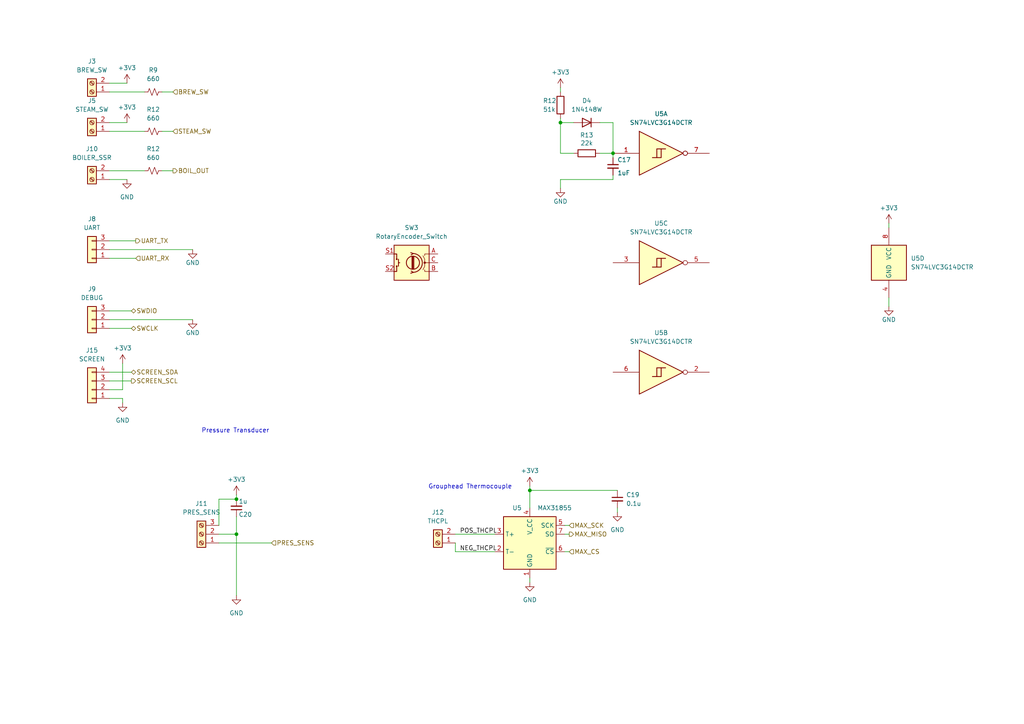
<source format=kicad_sch>
(kicad_sch (version 20231120) (generator "eeschema") (generator_version "8.0")
  (paper "A4")
  (lib_symbols
    (symbol "74xGxx:74LVC3G14"
      (property "Reference" "U" (at -2.54 7.62 0))
      (property "Value" "74LVC3G14" (at 2.54 -7.62 0))
      (symbol "74LVC3G14_1_1"
        (polyline (pts (xy -2.54 -1.27) (xy -1.27 -1.27) (xy -1.27 1.27)) (stroke (width 0.254)) (fill (type background)))
        (polyline (pts (xy -7.62 6.35) (xy -7.62 -6.35) (xy 5.08 0) (xy -7.62 6.35)) (stroke (width 0.254)) (fill (type background)))
        (polyline (pts (xy -3.81 -1.27) (xy -2.54 -1.27) (xy -2.54 1.27) (xy 0 1.27)) (stroke (width 0.254)) (fill (type background)))
        (pin input line (at -15.24 0 0) (length 7.62) (name "~") (number "1"))
        (pin output inverted (at 12.7 0 180) (length 7.62) (name "~") (number "7"))
      )
      (symbol "74LVC3G14_2_1"
        (polyline (pts (xy -2.54 -1.27) (xy -1.27 -1.27) (xy -1.27 1.27)) (stroke (width 0.254)) (fill (type background)))
        (polyline (pts (xy -7.62 6.35) (xy -7.62 -6.35) (xy 5.08 0) (xy -7.62 6.35)) (stroke (width 0.254)) (fill (type background)))
        (polyline (pts (xy -3.81 -1.27) (xy -2.54 -1.27) (xy -2.54 1.27) (xy 0 1.27)) (stroke (width 0.254)) (fill (type background)))
        (pin output inverted (at 12.7 0 180) (length 7.62) (name "~") (number "2"))
        (pin input line (at -15.24 0 0) (length 7.62) (name "~") (number "6"))
      )
      (symbol "74LVC3G14_3_1"
        (polyline (pts (xy -2.54 -1.27) (xy -1.27 -1.27) (xy -1.27 1.27)) (stroke (width 0.254)) (fill (type background)))
        (polyline (pts (xy -7.62 6.35) (xy -7.62 -6.35) (xy 5.08 0) (xy -7.62 6.35)) (stroke (width 0.254)) (fill (type background)))
        (polyline (pts (xy -3.81 -1.27) (xy -2.54 -1.27) (xy -2.54 1.27) (xy 0 1.27)) (stroke (width 0.254)) (fill (type background)))
        (pin input line (at -15.24 0 0) (length 7.62) (name "~") (number "3"))
        (pin output inverted (at 12.7 0 180) (length 7.62) (name "~") (number "5"))
      )
      (symbol "74LVC3G14_4_0"
        (rectangle (start -5.08 -5.08) (end 5.08 5.08) (stroke (width 0.254)) (fill (type background)))
      )
      (symbol "74LVC3G14_4_1"
        (pin power_in line (at 0 -10.16 90) (length 5.08) (name "GND") (number "4"))
        (pin power_in line (at 0 10.16 270) (length 5.08) (name "VCC") (number "8"))
      )
    )
    (symbol "Connector:Screw_Terminal_01x02" (pin_names (offset 1.016) hide)
      (property "Reference" "J" (at 0 2.54 0))
      (property "Value" "Screw_Terminal_01x02" (at 0 -5.08 0))
      (symbol "Screw_Terminal_01x02_1_1"
        (rectangle (start -1.27 1.27) (end 1.27 -3.81) (stroke (width 0.254)) (fill (type background)))
        (circle (center 0 -2.54) (radius 0.635) (stroke (width 0.1524)))
        (polyline (pts (xy -0.5334 -2.2098) (xy 0.3302 -3.048)) (stroke (width 0.1524)))
        (polyline (pts (xy -0.5334 0.3302) (xy 0.3302 -0.508)) (stroke (width 0.1524)))
        (polyline (pts (xy -0.3556 -2.032) (xy 0.508 -2.8702)) (stroke (width 0.1524)))
        (polyline (pts (xy -0.3556 0.508) (xy 0.508 -0.3302)) (stroke (width 0.1524)))
        (circle (center 0 0) (radius 0.635) (stroke (width 0.1524)))
        (pin passive line (at -5.08 0 0) (length 3.81) (name "Pin_1") (number "1"))
        (pin passive line (at -5.08 -2.54 0) (length 3.81) (name "Pin_2") (number "2"))
      )
    )
    (symbol "Connector:Screw_Terminal_01x03" (pin_names (offset 1.016) hide)
      (property "Reference" "J" (at 0 5.08 0))
      (property "Value" "Screw_Terminal_01x03" (at 0 -5.08 0))
      (symbol "Screw_Terminal_01x03_1_1"
        (rectangle (start -1.27 3.81) (end 1.27 -3.81) (stroke (width 0.254)) (fill (type background)))
        (circle (center 0 -2.54) (radius 0.635) (stroke (width 0.1524)))
        (polyline (pts (xy -0.5334 -2.2098) (xy 0.3302 -3.048)) (stroke (width 0.1524)))
        (polyline (pts (xy -0.5334 0.3302) (xy 0.3302 -0.508)) (stroke (width 0.1524)))
        (polyline (pts (xy -0.5334 2.8702) (xy 0.3302 2.032)) (stroke (width 0.1524)))
        (polyline (pts (xy -0.3556 -2.032) (xy 0.508 -2.8702)) (stroke (width 0.1524)))
        (polyline (pts (xy -0.3556 0.508) (xy 0.508 -0.3302)) (stroke (width 0.1524)))
        (polyline (pts (xy -0.3556 3.048) (xy 0.508 2.2098)) (stroke (width 0.1524)))
        (circle (center 0 0) (radius 0.635) (stroke (width 0.1524)))
        (circle (center 0 2.54) (radius 0.635) (stroke (width 0.1524)))
        (pin passive line (at -5.08 2.54 0) (length 3.81) (name "Pin_1") (number "1"))
        (pin passive line (at -5.08 0 0) (length 3.81) (name "Pin_2") (number "2"))
        (pin passive line (at -5.08 -2.54 0) (length 3.81) (name "Pin_3") (number "3"))
      )
    )
    (symbol "Connector_Generic:Conn_01x03" (pin_names (offset 1.016) hide)
      (property "Reference" "J" (at 0 5.08 0))
      (property "Value" "Conn_01x03" (at 0 -5.08 0))
      (symbol "Conn_01x03_1_1"
        (rectangle (start -1.27 -2.413) (end 0 -2.667) (stroke (width 0.1524)))
        (rectangle (start -1.27 0.127) (end 0 -0.127) (stroke (width 0.1524)))
        (rectangle (start -1.27 2.667) (end 0 2.413) (stroke (width 0.1524)))
        (rectangle (start -1.27 3.81) (end 1.27 -3.81) (stroke (width 0.254)) (fill (type background)))
        (pin passive line (at -5.08 2.54 0) (length 3.81) (name "Pin_1") (number "1"))
        (pin passive line (at -5.08 0 0) (length 3.81) (name "Pin_2") (number "2"))
        (pin passive line (at -5.08 -2.54 0) (length 3.81) (name "Pin_3") (number "3"))
      )
    )
    (symbol "Connector_Generic:Conn_01x04" (pin_names (offset 1.016) hide)
      (property "Reference" "J" (at 0 5.08 0))
      (property "Value" "Conn_01x04" (at 0 -7.62 0))
      (symbol "Conn_01x04_1_1"
        (rectangle (start -1.27 -4.953) (end 0 -5.207) (stroke (width 0.1524)))
        (rectangle (start -1.27 -2.413) (end 0 -2.667) (stroke (width 0.1524)))
        (rectangle (start -1.27 0.127) (end 0 -0.127) (stroke (width 0.1524)))
        (rectangle (start -1.27 2.667) (end 0 2.413) (stroke (width 0.1524)))
        (rectangle (start -1.27 3.81) (end 1.27 -6.35) (stroke (width 0.254)) (fill (type background)))
        (pin passive line (at -5.08 2.54 0) (length 3.81) (name "Pin_1") (number "1"))
        (pin passive line (at -5.08 0 0) (length 3.81) (name "Pin_2") (number "2"))
        (pin passive line (at -5.08 -2.54 0) (length 3.81) (name "Pin_3") (number "3"))
        (pin passive line (at -5.08 -5.08 0) (length 3.81) (name "Pin_4") (number "4"))
      )
    )
    (symbol "Device:C_Small" (pin_numbers hide) (pin_names (offset 0.254) hide)
      (property "Reference" "C" (at 0.254 1.778 0))
      (property "Value" "C_Small" (at 0.254 -2.032 0))
      (symbol "C_Small_0_1"
        (polyline (pts (xy -1.524 -0.508) (xy 1.524 -0.508)) (stroke (width 0.3302)))
        (polyline (pts (xy -1.524 0.508) (xy 1.524 0.508)) (stroke (width 0.3048)))
      )
      (symbol "C_Small_1_1"
        (pin passive line (at 0 2.54 270) (length 2.032) (name "~") (number "1"))
        (pin passive line (at 0 -2.54 90) (length 2.032) (name "~") (number "2"))
      )
    )
    (symbol "Device:R" (pin_numbers hide) (pin_names (offset 0))
      (property "Reference" "R" (at 2.032 0 90))
      (property "Value" "R" (at 0 0 90))
      (symbol "R_0_1"
        (rectangle (start -1.016 -2.54) (end 1.016 2.54) (stroke (width 0.254)))
      )
      (symbol "R_1_1"
        (pin passive line (at 0 3.81 270) (length 1.27) (name "~") (number "1"))
        (pin passive line (at 0 -3.81 90) (length 1.27) (name "~") (number "2"))
      )
    )
    (symbol "Device:R_Small_US" (pin_numbers hide) (pin_names (offset 0.254) hide)
      (property "Reference" "R" (at 0.762 0.508 0))
      (property "Value" "R_Small_US" (at 0.762 -1.016 0))
      (symbol "R_Small_US_1_1"
        (polyline (pts (xy 0 0) (xy 1.016 -0.381) (xy 0 -0.762) (xy -1.016 -1.143) (xy 0 -1.524)))
        (polyline (pts (xy 0 1.524) (xy 1.016 1.143) (xy 0 0.762) (xy -1.016 0.381) (xy 0 0)))
        (pin passive line (at 0 2.54 270) (length 1.016) (name "~") (number "1"))
        (pin passive line (at 0 -2.54 90) (length 1.016) (name "~") (number "2"))
      )
    )
    (symbol "Device:RotaryEncoder_Switch" (pin_names (offset 0.254) hide)
      (property "Reference" "SW" (at 0 6.604 0))
      (property "Value" "RotaryEncoder_Switch" (at 0 -6.604 0))
      (symbol "RotaryEncoder_Switch_0_1"
        (rectangle (start -5.08 5.08) (end 5.08 -5.08) (stroke (width 0.254)) (fill (type background)))
        (circle (center -3.81 0) (radius 0.254) (fill (type outline)))
        (circle (center -0.381 0) (radius 1.905) (stroke (width 0.254)))
        (arc (start -0.381 2.667) (mid -3.0988 -0.0635) (end -0.381 -2.794) (stroke (width 0.254)))
        (polyline (pts (xy -0.635 -1.778) (xy -0.635 1.778)) (stroke (width 0.254)))
        (polyline (pts (xy -0.381 -1.778) (xy -0.381 1.778)) (stroke (width 0.254)))
        (polyline (pts (xy -0.127 1.778) (xy -0.127 -1.778)) (stroke (width 0.254)))
        (polyline (pts (xy 3.81 0) (xy 3.429 0)) (stroke (width 0.254)))
        (polyline (pts (xy 3.81 1.016) (xy 3.81 -1.016)) (stroke (width 0.254)))
        (polyline (pts (xy -5.08 -2.54) (xy -3.81 -2.54) (xy -3.81 -2.032)))
        (polyline (pts (xy -5.08 2.54) (xy -3.81 2.54) (xy -3.81 2.032)))
        (polyline (pts (xy 0.254 -3.048) (xy -0.508 -2.794) (xy 0.127 -2.413)) (stroke (width 0.254)))
        (polyline (pts (xy 0.254 2.921) (xy -0.508 2.667) (xy 0.127 2.286)) (stroke (width 0.254)))
        (polyline (pts (xy 5.08 -2.54) (xy 4.318 -2.54) (xy 4.318 -1.016)) (stroke (width 0.254)))
        (polyline (pts (xy 5.08 2.54) (xy 4.318 2.54) (xy 4.318 1.016)) (stroke (width 0.254)))
        (polyline (pts (xy -5.08 0) (xy -3.81 0) (xy -3.81 -1.016) (xy -3.302 -2.032)))
        (polyline (pts (xy -4.318 0) (xy -3.81 0) (xy -3.81 1.016) (xy -3.302 2.032)))
        (circle (center 4.318 -1.016) (radius 0.127) (stroke (width 0.254)))
        (circle (center 4.318 1.016) (radius 0.127) (stroke (width 0.254)))
      )
      (symbol "RotaryEncoder_Switch_1_1"
        (pin passive line (at -7.62 2.54 0) (length 2.54) (name "A") (number "A"))
        (pin passive line (at -7.62 -2.54 0) (length 2.54) (name "B") (number "B"))
        (pin passive line (at -7.62 0 0) (length 2.54) (name "C") (number "C"))
        (pin passive line (at 7.62 2.54 180) (length 2.54) (name "S1") (number "S1"))
        (pin passive line (at 7.62 -2.54 180) (length 2.54) (name "S2") (number "S2"))
      )
    )
    (symbol "Diode:1N4148W" (pin_numbers hide) (pin_names hide)
      (property "Reference" "D" (at 0 2.54 0))
      (property "Value" "1N4148W" (at 0 -2.54 0))
      (symbol "1N4148W_0_1"
        (polyline (pts (xy -1.27 1.27) (xy -1.27 -1.27)) (stroke (width 0.254)))
        (polyline (pts (xy 1.27 0) (xy -1.27 0)))
        (polyline (pts (xy 1.27 1.27) (xy 1.27 -1.27) (xy -1.27 0) (xy 1.27 1.27)) (stroke (width 0.254)))
      )
      (symbol "1N4148W_1_1"
        (pin passive line (at -3.81 0 0) (length 2.54) (name "K") (number "1"))
        (pin passive line (at 3.81 0 180) (length 2.54) (name "A") (number "2"))
      )
    )
    (symbol "Sensor_Temperature:MAX31855KASA"
      (property "Reference" "U" (at -7.62 8.89 0))
      (property "Value" "MAX31855KASA" (at 1.27 8.89 0))
      (symbol "MAX31855KASA_0_1"
        (rectangle (start -7.62 7.62) (end 7.62 -7.62) (stroke (width 0.254)) (fill (type background)))
      )
      (symbol "MAX31855KASA_1_1"
        (pin power_in line (at 0 -10.16 90) (length 2.54) (name "GND") (number "1"))
        (pin passive line (at -10.16 -2.54 0) (length 2.54) (name "T-") (number "2"))
        (pin passive line (at -10.16 2.54 0) (length 2.54) (name "T+") (number "3"))
        (pin power_in line (at 0 10.16 270) (length 2.54) (name "V_CC") (number "4"))
        (pin input line (at 10.16 5.08 180) (length 2.54) (name "SCK") (number "5"))
        (pin input line (at 10.16 -2.54 180) (length 2.54) (name "~{CS}") (number "6"))
        (pin tri_state line (at 10.16 2.54 180) (length 2.54) (name "SO") (number "7"))
      )
    )
    (symbol "power:+3V3" (power) (pin_names (offset 0))
      (property "Value" "+3V3" (at 0 3.556 0))
      (symbol "+3V3_0_1"
        (polyline (pts (xy -0.762 1.27) (xy 0 2.54)))
        (polyline (pts (xy 0 0) (xy 0 2.54)))
        (polyline (pts (xy 0 2.54) (xy 0.762 1.27)))
      )
      (symbol "+3V3_1_1"
        (pin power_in line (at 0 0 90) (length 0) hide (name "+3V3") (number "1"))
      )
    )
    (symbol "power:GND" (power) (pin_names (offset 0))
      (property "Value" "GND" (at 0 -3.81 0))
      (symbol "GND_0_1"
        (polyline (pts (xy 0 0) (xy 0 -1.27) (xy 1.27 -1.27) (xy 0 -2.54) (xy -1.27 -1.27) (xy 0 -1.27)))
      )
      (symbol "GND_1_1"
        (pin power_in line (at 0 0 270) (length 0) hide (name "GND") (number "1"))
      )
    )
  )
  (junction (at 162.56 35.56))
  (junction (at 177.8 44.45))
  (junction (at 68.58 154.94))
  (junction (at 68.58 144.78))
  (junction (at 153.67 142.24))
  (wire (pts (xy 68.58 154.94) (xy 68.58 172.72)))
  (wire (pts (xy 63.5 154.94) (xy 68.58 154.94)))
  (wire (pts (xy 55.88 72.39) (xy 31.75 72.39)))
  (wire (pts (xy 41.91 26.67) (xy 31.75 26.67)))
  (wire (pts (xy 31.75 69.85) (xy 39.37 69.85)))
  (wire (pts (xy 153.67 140.97) (xy 153.67 142.24)))
  (wire (pts (xy 162.56 52.07) (xy 162.56 54.61)))
  (wire (pts (xy 63.5 144.78) (xy 68.58 144.78)))
  (wire (pts (xy 165.1 154.94) (xy 163.83 154.94)))
  (wire (pts (xy 257.81 86.36) (xy 257.81 88.9)))
  (wire (pts (xy 35.56 115.57) (xy 31.75 115.57)))
  (wire (pts (xy 41.91 38.1) (xy 31.75 38.1)))
  (wire (pts (xy 132.08 160.02) (xy 143.51 160.02)))
  (wire (pts (xy 68.58 143.51) (xy 68.58 144.78)))
  (wire (pts (xy 31.75 110.49) (xy 38.1 110.49)))
  (wire (pts (xy 162.56 35.56) (xy 166.37 35.56)))
  (wire (pts (xy 31.75 107.95) (xy 38.1 107.95)))
  (wire (pts (xy 55.88 92.71) (xy 31.75 92.71)))
  (wire (pts (xy 153.67 142.24) (xy 153.67 147.32)))
  (wire (pts (xy 36.83 24.13) (xy 31.75 24.13)))
  (wire (pts (xy 63.5 157.48) (xy 78.74 157.48)))
  (wire (pts (xy 36.83 35.56) (xy 31.75 35.56)))
  (wire (pts (xy 35.56 116.84) (xy 35.56 115.57)))
  (wire (pts (xy 177.8 35.56) (xy 177.8 44.45)))
  (wire (pts (xy 132.08 157.48) (xy 132.08 160.02)))
  (wire (pts (xy 165.1 160.02) (xy 163.83 160.02)))
  (wire (pts (xy 162.56 34.29) (xy 162.56 35.56)))
  (wire (pts (xy 153.67 167.64) (xy 153.67 168.91)))
  (wire (pts (xy 165.1 152.4) (xy 163.83 152.4)))
  (wire (pts (xy 179.07 147.32) (xy 179.07 148.59)))
  (wire (pts (xy 39.37 74.93) (xy 31.75 74.93)))
  (wire (pts (xy 41.91 49.53) (xy 31.75 49.53)))
  (wire (pts (xy 38.1 90.17) (xy 31.75 90.17)))
  (wire (pts (xy 177.8 44.45) (xy 177.8 45.72)))
  (wire (pts (xy 68.58 149.86) (xy 68.58 154.94)))
  (wire (pts (xy 36.83 52.07) (xy 31.75 52.07)))
  (wire (pts (xy 257.81 64.77) (xy 257.81 66.04)))
  (wire (pts (xy 162.56 44.45) (xy 166.37 44.45)))
  (wire (pts (xy 38.1 95.25) (xy 31.75 95.25)))
  (wire (pts (xy 162.56 35.56) (xy 162.56 44.45)))
  (wire (pts (xy 63.5 144.78) (xy 63.5 152.4)))
  (wire (pts (xy 50.165 49.53) (xy 46.99 49.53)))
  (wire (pts (xy 31.75 113.03) (xy 35.56 113.03)))
  (wire (pts (xy 177.8 52.07) (xy 177.8 50.8)))
  (wire (pts (xy 50.165 26.67) (xy 46.99 26.67)))
  (wire (pts (xy 173.99 35.56) (xy 177.8 35.56)))
  (wire (pts (xy 177.8 52.07) (xy 162.56 52.07)))
  (wire (pts (xy 50.165 38.1) (xy 46.99 38.1)))
  (wire (pts (xy 35.56 105.41) (xy 35.56 113.03)))
  (wire (pts (xy 153.67 142.24) (xy 179.07 142.24)))
  (wire (pts (xy 162.56 25.4) (xy 162.56 26.67)))
  (wire (pts (xy 132.08 154.94) (xy 143.51 154.94)))
  (wire (pts (xy 173.99 44.45) (xy 177.8 44.45)))
  (text "Pressure Transducer" (at 58.42 125.73 0) (effects (font (size 1.27 1.27)) (justify left bottom)))
  (text "Grouphead Thermocouple" (at 124.206 141.986 0) (effects (font (size 1.27 1.27)) (justify left bottom)))
  (label "NEG_THCPL" (at 133.35 160.02 0))
  (label "POS_THCPL" (at 133.35 154.94 0))
  (hierarchical_label "BREW_SW" (shape input) (at 50.165 26.67 0))
  (hierarchical_label "BOIL_OUT" (shape output) (at 50.165 49.53 0))
  (hierarchical_label "MAX_CS" (shape input) (at 165.1 160.02 0))
  (hierarchical_label "PRES_SENS" (shape input) (at 78.74 157.48 0))
  (hierarchical_label "SWCLK" (shape bidirectional) (at 38.1 95.25 0))
  (hierarchical_label "STEAM_SW" (shape input) (at 50.165 38.1 0))
  (hierarchical_label "MAX_SCK" (shape input) (at 165.1 152.4 0))
  (hierarchical_label "UART_TX" (shape output) (at 39.37 69.85 0))
  (hierarchical_label "SCREEN_SDA" (shape bidirectional) (at 38.1 107.95 0))
  (hierarchical_label "UART_RX" (shape input) (at 39.37 74.93 0))
  (hierarchical_label "SWDIO" (shape bidirectional) (at 38.1 90.17 0))
  (hierarchical_label "SCREEN_SCL" (shape output) (at 38.1 110.49 0))
  (hierarchical_label "MAX_MISO" (shape output) (at 165.1 154.94 0))
  (symbol (lib_id "power:GND") (at 162.56 54.61 0) (unit 1)
    (property "Reference" "#PWR055" (effects (hide yes)))
    (property "Value" "GND" (at 162.56 58.42 0))
  )
  (symbol (lib_id "74xGxx:74LVC3G14") (at 193.04 76.2 0) (unit 3)
    (property "Reference" "U5" (at 191.77 64.77 0))
    (property "Value" "SN74LVC3G14DCTR" (at 191.77 67.31 0))
    (property "Footprint" "Footprints:DCT8" (effects (hide yes)))
    (property "Datasheet" "https://www.ti.com/lit/ds/symlink/sn74lvc3g14.pdf" (effects (hide yes)))
    (property "Description" "Triple NOT Gate Schmitt, Low-Voltage CMOS" (effects (hide yes)))
  )
  (symbol (lib_id "power:+3V3") (at 35.56 105.41 0) (unit 1)
    (property "Reference" "#PWR040" (effects (hide yes)))
    (property "Value" "+3V3" (at 35.56 100.965 0))
  )
  (symbol (lib_id "Connector:Screw_Terminal_01x02") (at 26.67 38.1 180) (unit 1)
    (property "Reference" "J5" (at 26.67 29.21 0))
    (property "Value" "STEAM_SW" (at 26.67 31.75 0))
    (property "Footprint" "TerminalBlock_MetzConnect:TerminalBlock_MetzConnect_Type101_RT01602HBWC_1x02_P5.08mm_Horizontal" (effects (hide yes)))
    (instances (project "Axis_V1" (path "" (reference "J5") (unit 1)) (path "" (reference "J5") (unit 1))) (project "Axis MCU" (path "" (reference "J2") (unit 1))))
  )
  (symbol (lib_id "power:+3V3") (at 257.81 64.77 0) (unit 1)
    (property "Reference" "#PWR045" (effects (hide yes)))
    (property "Value" "+3V3" (at 257.81 60.325 0))
  )
  (symbol (lib_id "power:GND") (at 55.88 72.39 0) (unit 1)
    (property "Reference" "#PWR020" (effects (hide yes)))
    (property "Value" "GND" (at 55.88 76.2 0))
    (instances (project "Axis_V1" (path "" (reference "#PWR020") (unit 1)) (path "" (reference "#PWR021") (unit 1))) (project "Axis MCU" (path "" (reference "#PWR036") (unit 1))))
  )
  (symbol (lib_id "Connector:Screw_Terminal_01x02") (at 26.67 26.67 180) (unit 1)
    (property "Reference" "J3" (at 26.67 17.78 0))
    (property "Value" "BREW_SW" (at 26.67 20.32 0))
    (property "Footprint" "TerminalBlock_MetzConnect:TerminalBlock_MetzConnect_Type101_RT01602HBWC_1x02_P5.08mm_Horizontal" (effects (hide yes)))
    (instances (project "Axis_V1" (path "" (reference "J3") (unit 1)) (path "" (reference "J3") (unit 1))) (project "Axis MCU" (path "" (reference "J1") (unit 1))))
  )
  (symbol (lib_id "Diode:1N4148W") (at 170.18 35.56 180) (unit 1)
    (property "Reference" "D4" (at 170.18 29.21 0))
    (property "Value" "1N4148W" (at 170.18 31.75 0))
    (property "Footprint" "Diode_SMD:D_SOD-123" (effects (hide yes)))
    (property "Datasheet" "https://www.vishay.com/docs/85748/1n4148w.pdf" (effects (hide yes)))
    (property "Description" "75V 0.15A Fast Switching Diode, SOD-123" (effects (hide yes)))
    (property "Sim.Device" "D" (effects (hide yes)))
    (property "Sim.Pins" "1=K 2=A" (effects (hide yes)))
  )
  (symbol (lib_id "Connector_Generic:Conn_01x04") (at 26.67 113.03 180) (unit 1)
    (property "Reference" "J15" (at 26.67 101.6 0))
    (property "Value" "SCREEN" (at 26.67 104.14 0))
    (property "Footprint" "Connector_PinHeader_2.54mm:PinHeader_1x04_P2.54mm_Vertical" (effects (hide yes)))
    (property "Description" "Generic connector, single row, 01x04, script generated (kicad-library-utils/schlib/autogen/connector/)" (effects (hide yes)))
  )
  (symbol (lib_id "74xGxx:74LVC3G14") (at 193.04 44.45 0) (unit 1)
    (property "Reference" "U5" (at 191.77 33.02 0))
    (property "Value" "SN74LVC3G14DCTR" (at 191.77 35.56 0))
    (property "Footprint" "Footprints:DCT8" (effects (hide yes)))
    (property "Datasheet" "https://www.ti.com/lit/ds/symlink/sn74lvc3g14.pdf" (effects (hide yes)))
    (property "Description" "Triple NOT Gate Schmitt, Low-Voltage CMOS" (effects (hide yes)))
  )
  (symbol (lib_id "Device:C_Small") (at 177.8 48.26 0) (unit 1)
    (property "Reference" "C17" (at 179.07 46.355 0) (effects (justify left)))
    (property "Value" "1uF" (at 179.07 50.165 0) (effects (justify left)))
    (property "Footprint" "Capacitor_SMD:C_0603_1608Metric" (effects (hide yes)))
    (property "LCSC" "C15525" (effects (hide yes)))
  )
  (symbol (lib_id "power:GND") (at 153.67 168.91 0) (unit 1)
    (property "Reference" "#PWR031" (effects (hide yes)))
    (property "Value" "GND" (at 153.67 173.99 0))
    (instances (project "Axis_V1" (path "" (reference "#PWR031") (unit 1)) (path "" (reference "#PWR024") (unit 1))) (project "Axis MCU" (path "" (reference "#PWR043") (unit 1))))
  )
  (symbol (lib_id "74xGxx:74LVC3G14") (at 257.81 76.2 0) (unit 4)
    (property "Reference" "U5" (at 264.16 74.9299 0) (effects (justify left)))
    (property "Value" "SN74LVC3G14DCTR" (at 264.16 77.4699 0) (effects (justify left)))
    (property "Footprint" "Footprints:DCT8" (effects (hide yes)))
    (property "Datasheet" "https://www.ti.com/lit/ds/symlink/sn74lvc3g14.pdf" (effects (hide yes)))
    (property "Description" "Triple NOT Gate Schmitt, Low-Voltage CMOS" (effects (hide yes)))
  )
  (symbol (lib_id "Connector:Screw_Terminal_01x02") (at 127 157.48 180) (unit 1)
    (property "Reference" "J12" (at 127 148.59 0))
    (property "Value" "THCPL" (at 127 151.13 0))
    (property "Footprint" "TerminalBlock_MetzConnect:TerminalBlock_MetzConnect_Type101_RT01602HBWC_1x02_P5.08mm_Horizontal" (effects (hide yes)))
    (instances (project "Axis_V1" (path "" (reference "J12") (unit 1)) (path "" (reference "J11") (unit 1))) (project "Axis MCU" (path "" (reference "J7") (unit 1))))
  )
  (symbol (lib_id "power:+3V3") (at 68.58 143.51 0) (unit 1)
    (property "Reference" "#PWR038" (effects (hide yes)))
    (property "Value" "+3V3" (at 68.58 139.065 0))
  )
  (symbol (lib_id "Device:R") (at 170.18 44.45 270) (unit 1)
    (property "Reference" "R13" (at 170.18 39.1922 90))
    (property "Value" "22k" (at 170.18 41.5036 90))
    (property "Footprint" "Resistor_SMD:R_0603_1608Metric" (effects (hide yes)))
    (property "Digi-Key_PN" "311-1.00KHRCT-ND" (effects (hide yes)))
  )
  (symbol (lib_id "Device:R_Small_US") (at 44.45 38.1 90) (unit 1)
    (property "Reference" "R12" (at 44.45 31.75 90))
    (property "Value" "660" (at 44.45 34.29 90))
    (property "Footprint" "Resistor_SMD:R_0603_1608Metric" (effects (hide yes)))
    (instances (project "Axis_V1" (path "" (reference "R12") (unit 1)) (path "" (reference "R12") (unit 1))) (project "Axis MCU" (path "" (reference "R10") (unit 1))))
  )
  (symbol (lib_id "power:GND") (at 257.81 88.9 0) (unit 1)
    (property "Reference" "#PWR046" (effects (hide yes)))
    (property "Value" "GND" (at 257.81 92.71 0))
  )
  (symbol (lib_id "Device:C_Small") (at 68.58 147.32 180) (unit 1)
    (property "Reference" "C20" (at 69.215 149.225 0) (effects (justify right)))
    (property "Value" "1u" (at 69.215 145.415 0) (effects (justify right)))
    (property "Footprint" "Capacitor_SMD:C_0603_1608Metric" (effects (hide yes)))
  )
  (symbol (lib_id "Device:R_Small_US") (at 44.45 26.67 270) (unit 1)
    (property "Reference" "R9" (at 44.45 20.32 90))
    (property "Value" "660" (at 44.45 22.86 90))
    (property "Footprint" "Resistor_SMD:R_0603_1608Metric" (effects (hide yes)))
  )
  (symbol (lib_id "power:GND") (at 68.58 172.72 0) (unit 1)
    (property "Reference" "#PWR025" (effects (hide yes)))
    (property "Value" "GND" (at 68.58 177.8 0))
    (instances (project "Axis_V1" (path "" (reference "#PWR025") (unit 1)) (path "" (reference "#PWR017") (unit 1))) (project "Axis MCU" (path "" (reference "#PWR044") (unit 1))))
  )
  (symbol (lib_id "Sensor_Temperature:MAX31855KASA") (at 153.67 157.48 0) (unit 1)
    (property "Reference" "U5" (at 148.59 147.32 0) (effects (justify left)))
    (property "Value" "MAX31855" (at 155.8641 147.32 0) (effects (justify left)))
    (property "Footprint" "Package_SO:SOIC-8_3.9x4.9mm_P1.27mm" (effects (hide yes)))
    (property "Datasheet" "http://datasheets.maximintegrated.com/en/ds/MAX31855.pdf" (effects (hide yes)))
    (instances (project "Axis_V1" (path "" (reference "U5") (unit 1)) (path "" (reference "U4") (unit 1))) (project "Axis MCU" (path "" (reference "U7") (unit 1))))
  )
  (symbol (lib_id "Device:RotaryEncoder_Switch") (at 119.38 76.2 0) (mirror y) (unit 1) (on_board no)
    (property "Reference" "SW3" (at 119.38 66.04 0))
    (property "Value" "RotaryEncoder_Switch" (at 119.38 68.58 0))
    (property "Description" "Rotary encoder, dual channel, incremental quadrate outputs, with switch" (effects (hide yes)))
  )
  (symbol (lib_id "74xGxx:74LVC3G14") (at 193.04 107.95 0) (unit 2)
    (property "Reference" "U5" (at 191.77 96.52 0))
    (property "Value" "SN74LVC3G14DCTR" (at 191.77 99.06 0))
    (property "Footprint" "Footprints:DCT8" (effects (hide yes)))
    (property "Datasheet" "https://www.ti.com/lit/ds/symlink/sn74lvc3g14.pdf" (effects (hide yes)))
    (property "Description" "Triple NOT Gate Schmitt, Low-Voltage CMOS" (effects (hide yes)))
  )
  (symbol (lib_id "power:+3V3") (at 153.67 140.97 0) (unit 1)
    (property "Reference" "#PWR039" (effects (hide yes)))
    (property "Value" "+3V3" (at 153.67 136.525 0))
  )
  (symbol (lib_id "power:+3V3") (at 36.83 24.13 0) (unit 1)
    (property "Reference" "#PWR033" (effects (hide yes)))
    (property "Value" "+3V3" (at 36.83 19.685 0))
  )
  (symbol (lib_id "Device:C_Small") (at 179.07 144.78 0) (unit 1)
    (property "Reference" "C19" (at 181.61 143.5163 0) (effects (justify left)))
    (property "Value" "0.1u" (at 181.61 146.0563 0) (effects (justify left)))
    (property "Footprint" "Capacitor_SMD:C_0603_1608Metric" (effects (hide yes)))
  )
  (symbol (lib_id "Connector:Screw_Terminal_01x03") (at 58.42 154.94 180) (unit 1)
    (property "Reference" "J11" (at 58.42 146.05 0))
    (property "Value" "PRES_SENS" (at 58.42 148.59 0))
    (property "Footprint" "TerminalBlock_MetzConnect:TerminalBlock_MetzConnect_Type101_RT01603HBWC_1x03_P5.08mm_Horizontal" (effects (hide yes)))
    (instances (project "Axis_V1" (path "" (reference "J11") (unit 1)) (path "" (reference "J6") (unit 1))) (project "Axis MCU" (path "" (reference "J6") (unit 1))))
  )
  (symbol (lib_id "Device:R") (at 162.56 30.48 0) (unit 1)
    (property "Reference" "R12" (at 157.48 29.21 0) (effects (justify left)))
    (property "Value" "51k" (at 157.48 31.75 0) (effects (justify left)))
    (property "Footprint" "Resistor_SMD:R_0603_1608Metric" (effects (hide yes)))
    (property "Digi-Key_PN" "311-10KGRCT-ND" (effects (hide yes)))
  )
  (symbol (lib_id "Connector_Generic:Conn_01x03") (at 26.67 72.39 180) (unit 1)
    (property "Reference" "J8" (at 26.67 63.5 0))
    (property "Value" "UART" (at 26.67 66.04 0))
    (property "Footprint" "Connector_PinHeader_2.54mm:PinHeader_1x03_P2.54mm_Vertical" (effects (hide yes)))
    (instances (project "Axis_V1" (path "" (reference "J8") (unit 1)) (path "" (reference "J9") (unit 1))) (project "Axis MCU" (path "" (reference "J4") (unit 1))))
  )
  (symbol (lib_id "power:GND") (at 179.07 148.59 0) (unit 1)
    (property "Reference" "#PWR031" (effects (hide yes)))
    (property "Value" "GND" (at 179.07 153.67 0))
    (instances (project "Axis_V1" (path "" (reference "#PWR031") (unit 1)) (path "" (reference "#PWR024") (unit 1))) (project "Axis MCU" (path "" (reference "#PWR041") (unit 1))))
  )
  (symbol (lib_id "power:GND") (at 35.56 116.84 0) (unit 1)
    (property "Reference" "#PWR042" (effects (hide yes)))
    (property "Value" "GND" (at 35.56 121.92 0))
  )
  (symbol (lib_id "Connector:Screw_Terminal_01x02") (at 26.67 52.07 180) (unit 1)
    (property "Reference" "J10" (at 26.67 43.18 0))
    (property "Value" "BOILER_SSR" (at 26.67 45.72 0))
    (property "Footprint" "TerminalBlock_MetzConnect:TerminalBlock_MetzConnect_Type101_RT01602HBWC_1x02_P5.08mm_Horizontal" (effects (hide yes)))
    (instances (project "Axis_V1" (path "" (reference "J10") (unit 1)) (path "" (reference "J8") (unit 1))) (project "Axis MCU" (path "" (reference "J3") (unit 1))))
  )
  (symbol (lib_id "power:+3V3") (at 36.83 35.56 0) (unit 1)
    (property "Reference" "#PWR034" (effects (hide yes)))
    (property "Value" "+3V3" (at 36.83 31.115 0))
  )
  (symbol (lib_id "power:+3V3") (at 162.56 25.4 0) (unit 1)
    (property "Reference" "#PWR053" (effects (hide yes)))
    (property "Value" "+3V3" (at 162.56 20.955 0))
  )
  (symbol (lib_id "power:GND") (at 36.83 52.07 0) (unit 1)
    (property "Reference" "#PWR022" (effects (hide yes)))
    (property "Value" "GND" (at 36.83 57.15 0))
    (instances (project "Axis_V1" (path "" (reference "#PWR022") (unit 1)) (path "" (reference "#PWR020") (unit 1))) (project "Axis MCU" (path "" (reference "#PWR035") (unit 1))))
  )
  (symbol (lib_id "Connector_Generic:Conn_01x03") (at 26.67 92.71 180) (unit 1)
    (property "Reference" "J9" (at 26.67 83.82 0))
    (property "Value" "DEBUG" (at 26.67 86.36 0))
    (property "Footprint" "Connector_PinHeader_2.54mm:PinHeader_1x03_P2.54mm_Vertical" (effects (hide yes)))
    (instances (project "Axis_V1" (path "" (reference "J9") (unit 1)) (path "" (reference "J10") (unit 1))) (project "Axis MCU" (path "" (reference "J5") (unit 1))))
  )
  (symbol (lib_id "power:GND") (at 55.88 92.71 0) (unit 1)
    (property "Reference" "#PWR021" (effects (hide yes)))
    (property "Value" "GND" (at 55.88 96.52 0))
    (instances (project "Axis_V1" (path "" (reference "#PWR021") (unit 1)) (path "" (reference "#PWR022") (unit 1))) (project "Axis MCU" (path "" (reference "#PWR037") (unit 1))))
  )
  (symbol (lib_id "Device:R_Small_US") (at 44.45 49.53 90) (unit 1)
    (property "Reference" "R12" (at 44.45 43.18 90))
    (property "Value" "660" (at 44.45 45.72 90))
    (property "Footprint" "Resistor_SMD:R_0603_1608Metric" (effects (hide yes)))
    (instances (project "Axis_V1" (path "" (reference "R12") (unit 1)) (path "" (reference "R12") (unit 1))) (project "Axis MCU" (path "" (reference "R11") (unit 1))))
  )
)
</source>
